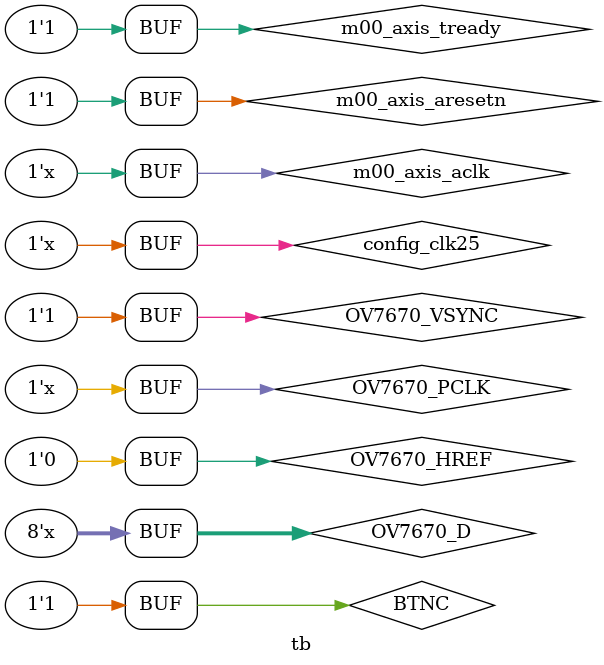
<source format=v>
`timescale 1ns / 1ps


module tb();
        reg config_clk25;
        reg OV7670_VSYNC;
        reg OV7670_HREF;
        reg OV7670_PCLK;
        reg [7 : 0] OV7670_D;
        wire OV7670_XCLK;//output
        wire OV7670_SIOC;//output
        wire OV7670_SIOD;//output
        wire pwdn;//output
        wire resetI2C;//output
        wire [0 : 0] LEDR;//output
        reg BTNC;

        wire [31:0]m00_axis_tdata;//output
        wire m00_axis_tlast;//output
        wire m00_axis_tvalid;//output
        reg m00_axis_tready;
        wire m00_axis_tuser;//output
        reg m00_axis_aclk;
        reg m00_axis_aresetn;
      
      initial begin
        config_clk25 = 0;
        OV7670_VSYNC = 1;
        OV7670_HREF = 0;
        OV7670_PCLK = 0;
        OV7670_D = 8'b0;
        BTNC = 1;
        m00_axis_tready = 1;
        m00_axis_aclk = 0;
        m00_axis_aresetn = 1;
        #50 m00_axis_aresetn = 0;
        #50 m00_axis_aresetn = 1;
        
      end
      always begin
              #5 m00_axis_aclk = !m00_axis_aclk;
      end
      always begin
              #20 config_clk25 = !config_clk25;
      end
      always begin
              #20 OV7670_PCLK = !OV7670_PCLK;
      end      
      always begin
              #200 OV7670_VSYNC = 0;
              #18000 OV7670_VSYNC = 1;
     
      end
      always begin
              #1000 OV7670_HREF = 1;
              #5000 OV7670_HREF = 0;
      end
      
      always begin
              #40 OV7670_D = OV7670_D + 1;
      end
  video_in_ip_0 DUT(
        config_clk25,
        OV7670_VSYNC,
        OV7670_HREF,
        OV7670_PCLK,
        OV7670_D,
        OV7670_XCLK,
        OV7670_SIOC,
        OV7670_SIOD,
        pwdn,
        resetI2C,
        LEDR,
        BTNC,
        m00_axis_tdata,
        m00_axis_tlast,
        m00_axis_tvalid,
        m00_axis_tready,
        m00_axis_tuser,
        m00_axis_aclk,
        m00_axis_aresetn
      );
endmodule

</source>
